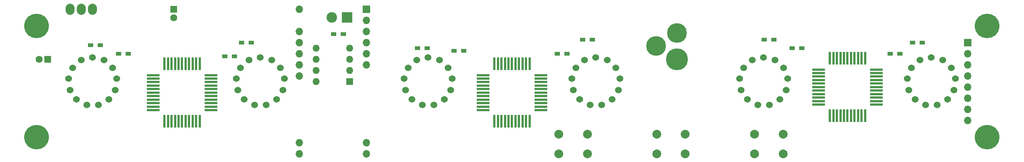
<source format=gbr>
G04 #@! TF.FileFunction,Soldermask,Bot*
%FSLAX46Y46*%
G04 Gerber Fmt 4.6, Leading zero omitted, Abs format (unit mm)*
G04 Created by KiCad (PCBNEW 4.0.7) date Thursday, October 12, 2017 'PMt' 07:19:01 PM*
%MOMM*%
%LPD*%
G01*
G04 APERTURE LIST*
%ADD10C,0.100000*%
%ADD11R,1.200000X0.900000*%
%ADD12R,1.700000X1.700000*%
%ADD13O,1.700000X1.700000*%
%ADD14O,2.032000X2.540000*%
%ADD15R,0.560000X3.000000*%
%ADD16R,3.000000X0.560000*%
%ADD17C,1.524000*%
%ADD18C,2.000000*%
%ADD19C,2.400000*%
%ADD20R,2.400000X2.400000*%
%ADD21R,1.600000X1.600000*%
%ADD22C,1.600000*%
%ADD23C,4.500000*%
%ADD24C,5.000000*%
%ADD25O,1.600000X1.600000*%
%ADD26C,5.600000*%
G04 APERTURE END LIST*
D10*
D11*
X73830000Y-8255000D03*
X76030000Y-8255000D03*
X200195000Y-12700000D03*
X202395000Y-12700000D03*
X205275000Y-10160000D03*
X207475000Y-10160000D03*
X173820000Y-9525000D03*
X171620000Y-9525000D03*
X180170000Y-11430000D03*
X177970000Y-11430000D03*
X124630000Y-12700000D03*
X126830000Y-12700000D03*
X130345000Y-9525000D03*
X132545000Y-9525000D03*
X95080000Y-11430000D03*
X92880000Y-11430000D03*
X103335000Y-12065000D03*
X101135000Y-12065000D03*
X49065000Y-13335000D03*
X51265000Y-13335000D03*
X52875000Y-10160000D03*
X55075000Y-10160000D03*
X20785000Y-10795000D03*
X18585000Y-10795000D03*
X27135000Y-12700000D03*
X24935000Y-12700000D03*
D12*
X217805000Y-10160000D03*
D13*
X217805000Y-12700000D03*
X217805000Y-15240000D03*
X217805000Y-17780000D03*
X217805000Y-20320000D03*
X217805000Y-22860000D03*
X217805000Y-25400000D03*
X217805000Y-27940000D03*
D14*
X16510000Y-2540000D03*
X19050000Y-2540000D03*
X13970000Y-2540000D03*
D13*
X66040000Y-35560000D03*
X66040000Y-33020000D03*
X66040000Y-17780000D03*
X66040000Y-15240000D03*
X66040000Y-12700000D03*
X66040000Y-10160000D03*
X66040000Y-7620000D03*
D12*
X81280000Y-2540000D03*
D13*
X81280000Y-7620000D03*
X81280000Y-10160000D03*
X81280000Y-12700000D03*
X81280000Y-15240000D03*
X81280000Y-33020000D03*
X81280000Y-35560000D03*
X81280000Y-5080000D03*
X66040000Y-2540000D03*
D15*
X186500000Y-13771500D03*
X187300000Y-13771500D03*
X188100000Y-13771500D03*
X188900000Y-13771500D03*
X189700000Y-13771500D03*
X190500000Y-13771500D03*
X191300000Y-13771500D03*
X192100000Y-13771500D03*
X192900000Y-13771500D03*
X193700000Y-13771500D03*
X194500000Y-13771500D03*
D16*
X197061200Y-16320000D03*
X197061200Y-17120000D03*
X197061200Y-17920000D03*
X197061200Y-18720000D03*
X197061200Y-19520000D03*
X197061200Y-20320000D03*
X197061200Y-21120000D03*
X197061200Y-21920000D03*
X197061200Y-22720000D03*
X197061200Y-23520000D03*
X197061200Y-24320000D03*
D15*
X194500000Y-26881200D03*
X193700000Y-26881200D03*
X192900000Y-26881200D03*
X192100000Y-26881200D03*
X191300000Y-26881200D03*
X190500000Y-26881200D03*
X189700000Y-26881200D03*
X188900000Y-26881200D03*
X188100000Y-26881200D03*
X187300000Y-26881200D03*
X186500000Y-26881200D03*
D16*
X183938800Y-24320000D03*
X183938800Y-23520000D03*
X183938800Y-22720000D03*
X183938800Y-21920000D03*
X183938800Y-21120000D03*
X183938800Y-20320000D03*
X183938800Y-19520000D03*
X183938800Y-18720000D03*
X183938800Y-17920000D03*
X183938800Y-17120000D03*
X183938800Y-16320000D03*
D15*
X110300000Y-15041500D03*
X111100000Y-15041500D03*
X111900000Y-15041500D03*
X112700000Y-15041500D03*
X113500000Y-15041500D03*
X114300000Y-15041500D03*
X115100000Y-15041500D03*
X115900000Y-15041500D03*
X116700000Y-15041500D03*
X117500000Y-15041500D03*
X118300000Y-15041500D03*
D16*
X120861200Y-17590000D03*
X120861200Y-18390000D03*
X120861200Y-19190000D03*
X120861200Y-19990000D03*
X120861200Y-20790000D03*
X120861200Y-21590000D03*
X120861200Y-22390000D03*
X120861200Y-23190000D03*
X120861200Y-23990000D03*
X120861200Y-24790000D03*
X120861200Y-25590000D03*
D15*
X118300000Y-28151200D03*
X117500000Y-28151200D03*
X116700000Y-28151200D03*
X115900000Y-28151200D03*
X115100000Y-28151200D03*
X114300000Y-28151200D03*
X113500000Y-28151200D03*
X112700000Y-28151200D03*
X111900000Y-28151200D03*
X111100000Y-28151200D03*
X110300000Y-28151200D03*
D16*
X107738800Y-25590000D03*
X107738800Y-24790000D03*
X107738800Y-23990000D03*
X107738800Y-23190000D03*
X107738800Y-22390000D03*
X107738800Y-21590000D03*
X107738800Y-20790000D03*
X107738800Y-19990000D03*
X107738800Y-19190000D03*
X107738800Y-18390000D03*
X107738800Y-17590000D03*
D15*
X35370000Y-15041500D03*
X36170000Y-15041500D03*
X36970000Y-15041500D03*
X37770000Y-15041500D03*
X38570000Y-15041500D03*
X39370000Y-15041500D03*
X40170000Y-15041500D03*
X40970000Y-15041500D03*
X41770000Y-15041500D03*
X42570000Y-15041500D03*
X43370000Y-15041500D03*
D16*
X45931200Y-17590000D03*
X45931200Y-18390000D03*
X45931200Y-19190000D03*
X45931200Y-19990000D03*
X45931200Y-20790000D03*
X45931200Y-21590000D03*
X45931200Y-22390000D03*
X45931200Y-23190000D03*
X45931200Y-23990000D03*
X45931200Y-24790000D03*
X45931200Y-25590000D03*
D15*
X43370000Y-28151200D03*
X42570000Y-28151200D03*
X41770000Y-28151200D03*
X40970000Y-28151200D03*
X40170000Y-28151200D03*
X39370000Y-28151200D03*
X38570000Y-28151200D03*
X37770000Y-28151200D03*
X36970000Y-28151200D03*
X36170000Y-28151200D03*
X35370000Y-28151200D03*
D16*
X32808800Y-25590000D03*
X32808800Y-24790000D03*
X32808800Y-23990000D03*
X32808800Y-23190000D03*
X32808800Y-22390000D03*
X32808800Y-21590000D03*
X32808800Y-20790000D03*
X32808800Y-19990000D03*
X32808800Y-19190000D03*
X32808800Y-18390000D03*
X32808800Y-17590000D03*
D17*
X57150000Y-13550000D03*
X59710000Y-14180000D03*
X61680000Y-15930000D03*
X62610000Y-18390000D03*
X62290000Y-21000000D03*
X60800000Y-23170000D03*
X58470000Y-24390000D03*
X55830000Y-24390000D03*
X53500000Y-23170000D03*
X52010000Y-21000000D03*
X51690000Y-18390000D03*
X52620000Y-15930000D03*
X54590000Y-14180000D03*
X19050000Y-13550000D03*
X21610000Y-14180000D03*
X23580000Y-15930000D03*
X24510000Y-18390000D03*
X24190000Y-21000000D03*
X22700000Y-23170000D03*
X20370000Y-24390000D03*
X17730000Y-24390000D03*
X15400000Y-23170000D03*
X13910000Y-21000000D03*
X13590000Y-18390000D03*
X14520000Y-15930000D03*
X16490000Y-14180000D03*
D18*
X131445000Y-31060000D03*
X131445000Y-35560000D03*
X124945000Y-31060000D03*
X124945000Y-35560000D03*
X153670000Y-31060000D03*
X153670000Y-35560000D03*
X147170000Y-31060000D03*
X147170000Y-35560000D03*
X175895000Y-31060000D03*
X175895000Y-35560000D03*
X169395000Y-31060000D03*
X169395000Y-35560000D03*
D17*
X209550000Y-13550000D03*
X212110000Y-14180000D03*
X214080000Y-15930000D03*
X215010000Y-18390000D03*
X214690000Y-21000000D03*
X213200000Y-23170000D03*
X210870000Y-24390000D03*
X208230000Y-24390000D03*
X205900000Y-23170000D03*
X204410000Y-21000000D03*
X204090000Y-18390000D03*
X205020000Y-15930000D03*
X206990000Y-14180000D03*
X171450000Y-13550000D03*
X174010000Y-14180000D03*
X175980000Y-15930000D03*
X176910000Y-18390000D03*
X176590000Y-21000000D03*
X175100000Y-23170000D03*
X172770000Y-24390000D03*
X170130000Y-24390000D03*
X167800000Y-23170000D03*
X166310000Y-21000000D03*
X165990000Y-18390000D03*
X166920000Y-15930000D03*
X168890000Y-14180000D03*
X133350000Y-13550000D03*
X135910000Y-14180000D03*
X137880000Y-15930000D03*
X138810000Y-18390000D03*
X138490000Y-21000000D03*
X137000000Y-23170000D03*
X134670000Y-24390000D03*
X132030000Y-24390000D03*
X129700000Y-23170000D03*
X128210000Y-21000000D03*
X127890000Y-18390000D03*
X128820000Y-15930000D03*
X130790000Y-14180000D03*
X95250000Y-13550000D03*
X97810000Y-14180000D03*
X99780000Y-15930000D03*
X100710000Y-18390000D03*
X100390000Y-21000000D03*
X98900000Y-23170000D03*
X96570000Y-24390000D03*
X93930000Y-24390000D03*
X91600000Y-23170000D03*
X90110000Y-21000000D03*
X89790000Y-18390000D03*
X90720000Y-15930000D03*
X92690000Y-14180000D03*
D19*
X73335000Y-4445000D03*
D20*
X76835000Y-4445000D03*
D21*
X8890000Y-13970000D03*
D22*
X6890000Y-13970000D03*
D21*
X37465000Y-2540000D03*
D22*
X37465000Y-4540000D03*
D23*
X151765000Y-7970000D03*
X147065000Y-10970000D03*
D24*
X151765000Y-13970000D03*
D21*
X77470000Y-19050000D03*
D25*
X69850000Y-11430000D03*
X77470000Y-16510000D03*
X69850000Y-13970000D03*
X77470000Y-13970000D03*
X69850000Y-16510000D03*
X77470000Y-11430000D03*
X69850000Y-19050000D03*
D26*
X6350000Y-6350000D03*
X6350000Y-31750000D03*
X222250000Y-6350000D03*
X222250000Y-31750000D03*
M02*

</source>
